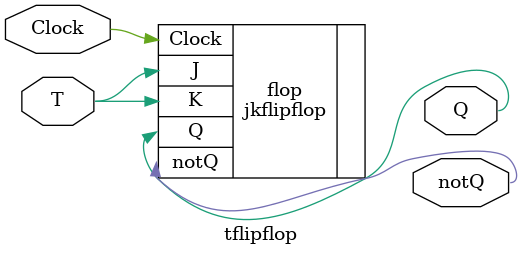
<source format=v>
module tflipflop(
    input T,
    input Clock,
    output Q,
    output notQ
    );

    jkflipflop flop(
    .J(T),
    .K(T),
    .Clock(Clock),
    .Q(Q),
    .notQ(notQ)
    );

endmodule

</source>
